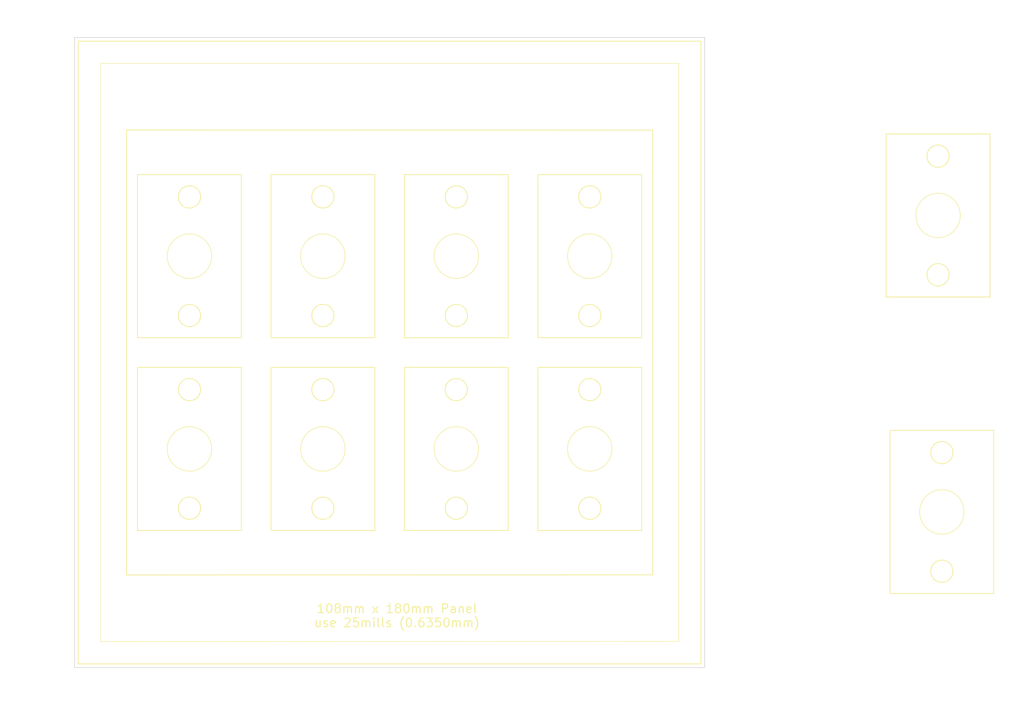
<source format=kicad_pcb>
(kicad_pcb (version 20171130) (host pcbnew "(5.1.10)-1")

  (general
    (thickness 1.6)
    (drawings 149)
    (tracks 0)
    (zones 0)
    (modules 38)
    (nets 1)
  )

  (page A4)
  (layers
    (0 F.Cu signal)
    (31 B.Cu signal)
    (32 B.Adhes user)
    (33 F.Adhes user)
    (34 B.Paste user)
    (35 F.Paste user)
    (36 B.SilkS user)
    (37 F.SilkS user)
    (38 B.Mask user)
    (39 F.Mask user)
    (40 Dwgs.User user)
    (41 Cmts.User user)
    (42 Eco1.User user)
    (43 Eco2.User user)
    (44 Edge.Cuts user)
    (45 Margin user)
    (46 B.CrtYd user)
    (47 F.CrtYd user)
    (48 B.Fab user)
    (49 F.Fab user)
  )

  (setup
    (last_trace_width 0.25)
    (trace_clearance 0.2)
    (zone_clearance 0.508)
    (zone_45_only no)
    (trace_min 0.2)
    (via_size 0.8)
    (via_drill 0.4)
    (via_min_size 0.4)
    (via_min_drill 0.3)
    (uvia_size 0.3)
    (uvia_drill 0.1)
    (uvias_allowed no)
    (uvia_min_size 0.2)
    (uvia_min_drill 0.1)
    (edge_width 0.1)
    (segment_width 0.2)
    (pcb_text_width 0.3)
    (pcb_text_size 1.5 1.5)
    (mod_edge_width 0.15)
    (mod_text_size 1 1)
    (mod_text_width 0.15)
    (pad_size 1.524 1.524)
    (pad_drill 0.762)
    (pad_to_mask_clearance 0)
    (aux_axis_origin 63.5 149.91)
    (grid_origin 63.5 149.91)
    (visible_elements 7FFFFFFF)
    (pcbplotparams
      (layerselection 0x010fc_ffffffff)
      (usegerberextensions false)
      (usegerberattributes true)
      (usegerberadvancedattributes true)
      (creategerberjobfile true)
      (excludeedgelayer true)
      (linewidth 0.100000)
      (plotframeref false)
      (viasonmask false)
      (mode 1)
      (useauxorigin false)
      (hpglpennumber 1)
      (hpglpenspeed 20)
      (hpglpendiameter 15.000000)
      (psnegative false)
      (psa4output false)
      (plotreference true)
      (plotvalue true)
      (plotinvisibletext false)
      (padsonsilk false)
      (subtractmaskfromsilk false)
      (outputformat 1)
      (mirror false)
      (drillshape 0)
      (scaleselection 1)
      (outputdirectory "gerberpannel/"))
  )

  (net 0 "")

  (net_class Default "This is the default net class."
    (clearance 0.2)
    (trace_width 0.25)
    (via_dia 0.8)
    (via_drill 0.4)
    (uvia_dia 0.3)
    (uvia_drill 0.1)
  )

  (module Mounting_Holes:MountingHole_3.2mm_M3 (layer F.Cu) (tedit 56D1B4CB) (tstamp 61866CA6)
    (at 128.905 122.605)
    (descr "Mounting Hole 3.2mm, no annular, M3")
    (tags "mounting hole 3.2mm no annular m3")
    (attr virtual)
    (fp_text reference REF** (at 0 -4.2) (layer F.SilkS) hide
      (effects (font (size 1 1) (thickness 0.15)))
    )
    (fp_text value MountingHole_3.2mm_M3 (at 0 4.2) (layer F.Fab)
      (effects (font (size 1 1) (thickness 0.15)))
    )
    (fp_circle (center 0 0) (end 3.2 0) (layer Cmts.User) (width 0.15))
    (fp_circle (center 0 0) (end 3.45 0) (layer F.CrtYd) (width 0.05))
    (fp_text user %R (at 0.3 0) (layer F.Fab)
      (effects (font (size 1 1) (thickness 0.15)))
    )
    (pad 1 np_thru_hole circle (at 0 0) (size 3.2 3.2) (drill 3.2) (layers *.Cu *.Mask))
  )

  (module Mounting_Holes:MountingHole_3.2mm_M3 (layer F.Cu) (tedit 56D1B4CB) (tstamp 61866C9F)
    (at 128.905 102.285)
    (descr "Mounting Hole 3.2mm, no annular, M3")
    (tags "mounting hole 3.2mm no annular m3")
    (attr virtual)
    (fp_text reference REF** (at 0 -4.2) (layer F.SilkS) hide
      (effects (font (size 1 1) (thickness 0.15)))
    )
    (fp_text value MountingHole_3.2mm_M3 (at 0 4.2) (layer F.Fab)
      (effects (font (size 1 1) (thickness 0.15)))
    )
    (fp_circle (center 0 0) (end 3.45 0) (layer F.CrtYd) (width 0.05))
    (fp_circle (center 0 0) (end 3.2 0) (layer Cmts.User) (width 0.15))
    (fp_text user %R (at 0.3 0) (layer F.Fab)
      (effects (font (size 1 1) (thickness 0.15)))
    )
    (pad 1 np_thru_hole circle (at 0 0) (size 3.2 3.2) (drill 3.2) (layers *.Cu *.Mask))
  )

  (module Sebs:6.35mm (layer F.Cu) (tedit 6135EBD8) (tstamp 61866C9A)
    (at 128.905 112.445)
    (fp_text reference REF** (at 0 -6.8) (layer F.SilkS) hide
      (effects (font (size 1 1) (thickness 0.15)))
    )
    (fp_text value 6.35mm (at 0 -5.4) (layer F.Fab)
      (effects (font (size 1 1) (thickness 0.15)))
    )
    (fp_circle (center 0 0) (end 3.81 0) (layer F.SilkS) (width 0.12))
    (pad "" np_thru_hole circle (at 0 0) (size 6.35 6.35) (drill 6.35) (layers *.Cu *.Mask))
  )

  (module Mounting_Holes:MountingHole_3.2mm_M3 (layer F.Cu) (tedit 56D1B4CB) (tstamp 61866CA6)
    (at 106.045 122.605)
    (descr "Mounting Hole 3.2mm, no annular, M3")
    (tags "mounting hole 3.2mm no annular m3")
    (attr virtual)
    (fp_text reference REF** (at 0 -4.2) (layer F.SilkS) hide
      (effects (font (size 1 1) (thickness 0.15)))
    )
    (fp_text value MountingHole_3.2mm_M3 (at 0 4.2) (layer F.Fab)
      (effects (font (size 1 1) (thickness 0.15)))
    )
    (fp_circle (center 0 0) (end 3.2 0) (layer Cmts.User) (width 0.15))
    (fp_circle (center 0 0) (end 3.45 0) (layer F.CrtYd) (width 0.05))
    (fp_text user %R (at 0.3 0) (layer F.Fab)
      (effects (font (size 1 1) (thickness 0.15)))
    )
    (pad 1 np_thru_hole circle (at 0 0) (size 3.2 3.2) (drill 3.2) (layers *.Cu *.Mask))
  )

  (module Mounting_Holes:MountingHole_3.2mm_M3 (layer F.Cu) (tedit 56D1B4CB) (tstamp 61866C9F)
    (at 106.045 102.285)
    (descr "Mounting Hole 3.2mm, no annular, M3")
    (tags "mounting hole 3.2mm no annular m3")
    (attr virtual)
    (fp_text reference REF** (at 0 -4.2) (layer F.SilkS) hide
      (effects (font (size 1 1) (thickness 0.15)))
    )
    (fp_text value MountingHole_3.2mm_M3 (at 0 4.2) (layer F.Fab)
      (effects (font (size 1 1) (thickness 0.15)))
    )
    (fp_circle (center 0 0) (end 3.45 0) (layer F.CrtYd) (width 0.05))
    (fp_circle (center 0 0) (end 3.2 0) (layer Cmts.User) (width 0.15))
    (fp_text user %R (at 0.3 0) (layer F.Fab)
      (effects (font (size 1 1) (thickness 0.15)))
    )
    (pad 1 np_thru_hole circle (at 0 0) (size 3.2 3.2) (drill 3.2) (layers *.Cu *.Mask))
  )

  (module Sebs:6.35mm (layer F.Cu) (tedit 6135EBD8) (tstamp 61866C9A)
    (at 106.045 112.445)
    (fp_text reference REF** (at 0 -6.8) (layer F.SilkS) hide
      (effects (font (size 1 1) (thickness 0.15)))
    )
    (fp_text value 6.35mm (at 0 -5.4) (layer F.Fab)
      (effects (font (size 1 1) (thickness 0.15)))
    )
    (fp_circle (center 0 0) (end 3.81 0) (layer F.SilkS) (width 0.12))
    (pad "" np_thru_hole circle (at 0 0) (size 6.35 6.35) (drill 6.35) (layers *.Cu *.Mask))
  )

  (module Mounting_Holes:MountingHole_3.2mm_M3 (layer F.Cu) (tedit 56D1B4CB) (tstamp 61866CA6)
    (at 128.905 89.585)
    (descr "Mounting Hole 3.2mm, no annular, M3")
    (tags "mounting hole 3.2mm no annular m3")
    (attr virtual)
    (fp_text reference REF** (at 0 -4.2) (layer F.SilkS) hide
      (effects (font (size 1 1) (thickness 0.15)))
    )
    (fp_text value MountingHole_3.2mm_M3 (at 0 4.2) (layer F.Fab)
      (effects (font (size 1 1) (thickness 0.15)))
    )
    (fp_circle (center 0 0) (end 3.2 0) (layer Cmts.User) (width 0.15))
    (fp_circle (center 0 0) (end 3.45 0) (layer F.CrtYd) (width 0.05))
    (fp_text user %R (at 0.3 0) (layer F.Fab)
      (effects (font (size 1 1) (thickness 0.15)))
    )
    (pad 1 np_thru_hole circle (at 0 0) (size 3.2 3.2) (drill 3.2) (layers *.Cu *.Mask))
  )

  (module Mounting_Holes:MountingHole_3.2mm_M3 (layer F.Cu) (tedit 56D1B4CB) (tstamp 61866C9F)
    (at 128.905 69.265)
    (descr "Mounting Hole 3.2mm, no annular, M3")
    (tags "mounting hole 3.2mm no annular m3")
    (attr virtual)
    (fp_text reference REF** (at 0 -4.2) (layer F.SilkS) hide
      (effects (font (size 1 1) (thickness 0.15)))
    )
    (fp_text value MountingHole_3.2mm_M3 (at 0 4.2) (layer F.Fab)
      (effects (font (size 1 1) (thickness 0.15)))
    )
    (fp_circle (center 0 0) (end 3.45 0) (layer F.CrtYd) (width 0.05))
    (fp_circle (center 0 0) (end 3.2 0) (layer Cmts.User) (width 0.15))
    (fp_text user %R (at 0.3 0) (layer F.Fab)
      (effects (font (size 1 1) (thickness 0.15)))
    )
    (pad 1 np_thru_hole circle (at 0 0) (size 3.2 3.2) (drill 3.2) (layers *.Cu *.Mask))
  )

  (module Sebs:6.35mm (layer F.Cu) (tedit 6135EBD8) (tstamp 61866C9A)
    (at 128.905 79.425)
    (fp_text reference REF** (at 0 -6.8) (layer F.SilkS) hide
      (effects (font (size 1 1) (thickness 0.15)))
    )
    (fp_text value 6.35mm (at 0 -5.4) (layer F.Fab)
      (effects (font (size 1 1) (thickness 0.15)))
    )
    (fp_circle (center 0 0) (end 3.81 0) (layer F.SilkS) (width 0.12))
    (pad "" np_thru_hole circle (at 0 0) (size 6.35 6.35) (drill 6.35) (layers *.Cu *.Mask))
  )

  (module Mounting_Holes:MountingHole_3.2mm_M3 (layer F.Cu) (tedit 56D1B4CB) (tstamp 61866CA6)
    (at 106.045 89.585)
    (descr "Mounting Hole 3.2mm, no annular, M3")
    (tags "mounting hole 3.2mm no annular m3")
    (attr virtual)
    (fp_text reference REF** (at 0 -4.2) (layer F.SilkS) hide
      (effects (font (size 1 1) (thickness 0.15)))
    )
    (fp_text value MountingHole_3.2mm_M3 (at 0 4.2) (layer F.Fab)
      (effects (font (size 1 1) (thickness 0.15)))
    )
    (fp_circle (center 0 0) (end 3.2 0) (layer Cmts.User) (width 0.15))
    (fp_circle (center 0 0) (end 3.45 0) (layer F.CrtYd) (width 0.05))
    (fp_text user %R (at 0.3 0) (layer F.Fab)
      (effects (font (size 1 1) (thickness 0.15)))
    )
    (pad 1 np_thru_hole circle (at 0 0) (size 3.2 3.2) (drill 3.2) (layers *.Cu *.Mask))
  )

  (module Mounting_Holes:MountingHole_3.2mm_M3 (layer F.Cu) (tedit 56D1B4CB) (tstamp 61866C9F)
    (at 106.045 69.265)
    (descr "Mounting Hole 3.2mm, no annular, M3")
    (tags "mounting hole 3.2mm no annular m3")
    (attr virtual)
    (fp_text reference REF** (at 0 -4.2) (layer F.SilkS) hide
      (effects (font (size 1 1) (thickness 0.15)))
    )
    (fp_text value MountingHole_3.2mm_M3 (at 0 4.2) (layer F.Fab)
      (effects (font (size 1 1) (thickness 0.15)))
    )
    (fp_circle (center 0 0) (end 3.45 0) (layer F.CrtYd) (width 0.05))
    (fp_circle (center 0 0) (end 3.2 0) (layer Cmts.User) (width 0.15))
    (fp_text user %R (at 0.3 0) (layer F.Fab)
      (effects (font (size 1 1) (thickness 0.15)))
    )
    (pad 1 np_thru_hole circle (at 0 0) (size 3.2 3.2) (drill 3.2) (layers *.Cu *.Mask))
  )

  (module Sebs:6.35mm (layer F.Cu) (tedit 6135EBD8) (tstamp 61866C9A)
    (at 106.045 79.425)
    (fp_text reference REF** (at 0 -6.8) (layer F.SilkS) hide
      (effects (font (size 1 1) (thickness 0.15)))
    )
    (fp_text value 6.35mm (at 0 -5.4) (layer F.Fab)
      (effects (font (size 1 1) (thickness 0.15)))
    )
    (fp_circle (center 0 0) (end 3.81 0) (layer F.SilkS) (width 0.12))
    (pad "" np_thru_hole circle (at 0 0) (size 6.35 6.35) (drill 6.35) (layers *.Cu *.Mask))
  )

  (module Mounting_Holes:MountingHole_3.2mm_M3 (layer F.Cu) (tedit 56D1B4CB) (tstamp 61866CA6)
    (at 151.765 89.585)
    (descr "Mounting Hole 3.2mm, no annular, M3")
    (tags "mounting hole 3.2mm no annular m3")
    (attr virtual)
    (fp_text reference REF** (at 0 -4.2) (layer F.SilkS) hide
      (effects (font (size 1 1) (thickness 0.15)))
    )
    (fp_text value MountingHole_3.2mm_M3 (at 0 4.2) (layer F.Fab)
      (effects (font (size 1 1) (thickness 0.15)))
    )
    (fp_circle (center 0 0) (end 3.2 0) (layer Cmts.User) (width 0.15))
    (fp_circle (center 0 0) (end 3.45 0) (layer F.CrtYd) (width 0.05))
    (fp_text user %R (at 0.3 0) (layer F.Fab)
      (effects (font (size 1 1) (thickness 0.15)))
    )
    (pad 1 np_thru_hole circle (at 0 0) (size 3.2 3.2) (drill 3.2) (layers *.Cu *.Mask))
  )

  (module Mounting_Holes:MountingHole_3.2mm_M3 (layer F.Cu) (tedit 56D1B4CB) (tstamp 61866C9F)
    (at 151.765 69.265)
    (descr "Mounting Hole 3.2mm, no annular, M3")
    (tags "mounting hole 3.2mm no annular m3")
    (attr virtual)
    (fp_text reference REF** (at 0 -4.2) (layer F.SilkS) hide
      (effects (font (size 1 1) (thickness 0.15)))
    )
    (fp_text value MountingHole_3.2mm_M3 (at 0 4.2) (layer F.Fab)
      (effects (font (size 1 1) (thickness 0.15)))
    )
    (fp_circle (center 0 0) (end 3.45 0) (layer F.CrtYd) (width 0.05))
    (fp_circle (center 0 0) (end 3.2 0) (layer Cmts.User) (width 0.15))
    (fp_text user %R (at 0.3 0) (layer F.Fab)
      (effects (font (size 1 1) (thickness 0.15)))
    )
    (pad 1 np_thru_hole circle (at 0 0) (size 3.2 3.2) (drill 3.2) (layers *.Cu *.Mask))
  )

  (module Sebs:6.35mm (layer F.Cu) (tedit 6135EBD8) (tstamp 61866C9A)
    (at 151.765 79.425)
    (fp_text reference REF** (at 0 -6.8) (layer F.SilkS) hide
      (effects (font (size 1 1) (thickness 0.15)))
    )
    (fp_text value 6.35mm (at 0 -5.4) (layer F.Fab)
      (effects (font (size 1 1) (thickness 0.15)))
    )
    (fp_circle (center 0 0) (end 3.81 0) (layer F.SilkS) (width 0.12))
    (pad "" np_thru_hole circle (at 0 0) (size 6.35 6.35) (drill 6.35) (layers *.Cu *.Mask))
  )

  (module Mounting_Holes:MountingHole_3.2mm_M3 (layer F.Cu) (tedit 56D1B4CB) (tstamp 61866CA6)
    (at 151.765 122.605)
    (descr "Mounting Hole 3.2mm, no annular, M3")
    (tags "mounting hole 3.2mm no annular m3")
    (attr virtual)
    (fp_text reference REF** (at 0 -4.2) (layer F.SilkS) hide
      (effects (font (size 1 1) (thickness 0.15)))
    )
    (fp_text value MountingHole_3.2mm_M3 (at 0 4.2) (layer F.Fab)
      (effects (font (size 1 1) (thickness 0.15)))
    )
    (fp_circle (center 0 0) (end 3.2 0) (layer Cmts.User) (width 0.15))
    (fp_circle (center 0 0) (end 3.45 0) (layer F.CrtYd) (width 0.05))
    (fp_text user %R (at 0.3 0) (layer F.Fab)
      (effects (font (size 1 1) (thickness 0.15)))
    )
    (pad 1 np_thru_hole circle (at 0 0) (size 3.2 3.2) (drill 3.2) (layers *.Cu *.Mask))
  )

  (module Mounting_Holes:MountingHole_3.2mm_M3 (layer F.Cu) (tedit 56D1B4CB) (tstamp 61866C9F)
    (at 151.765 102.285)
    (descr "Mounting Hole 3.2mm, no annular, M3")
    (tags "mounting hole 3.2mm no annular m3")
    (attr virtual)
    (fp_text reference REF** (at 0 -4.2) (layer F.SilkS) hide
      (effects (font (size 1 1) (thickness 0.15)))
    )
    (fp_text value MountingHole_3.2mm_M3 (at 0 4.2) (layer F.Fab)
      (effects (font (size 1 1) (thickness 0.15)))
    )
    (fp_circle (center 0 0) (end 3.45 0) (layer F.CrtYd) (width 0.05))
    (fp_circle (center 0 0) (end 3.2 0) (layer Cmts.User) (width 0.15))
    (fp_text user %R (at 0.3 0) (layer F.Fab)
      (effects (font (size 1 1) (thickness 0.15)))
    )
    (pad 1 np_thru_hole circle (at 0 0) (size 3.2 3.2) (drill 3.2) (layers *.Cu *.Mask))
  )

  (module Sebs:6.35mm (layer F.Cu) (tedit 6135EBD8) (tstamp 61866C9A)
    (at 151.765 112.445)
    (fp_text reference REF** (at 0 -6.8) (layer F.SilkS) hide
      (effects (font (size 1 1) (thickness 0.15)))
    )
    (fp_text value 6.35mm (at 0 -5.4) (layer F.Fab)
      (effects (font (size 1 1) (thickness 0.15)))
    )
    (fp_circle (center 0 0) (end 3.81 0) (layer F.SilkS) (width 0.12))
    (pad "" np_thru_hole circle (at 0 0) (size 6.35 6.35) (drill 6.35) (layers *.Cu *.Mask))
  )

  (module Mounting_Holes:MountingHole_3.2mm_M3 (layer F.Cu) (tedit 56D1B4CB) (tstamp 61866CA6)
    (at 83.185 122.605)
    (descr "Mounting Hole 3.2mm, no annular, M3")
    (tags "mounting hole 3.2mm no annular m3")
    (attr virtual)
    (fp_text reference REF** (at 0 -4.2) (layer F.SilkS) hide
      (effects (font (size 1 1) (thickness 0.15)))
    )
    (fp_text value MountingHole_3.2mm_M3 (at 0 4.2) (layer F.Fab)
      (effects (font (size 1 1) (thickness 0.15)))
    )
    (fp_circle (center 0 0) (end 3.2 0) (layer Cmts.User) (width 0.15))
    (fp_circle (center 0 0) (end 3.45 0) (layer F.CrtYd) (width 0.05))
    (fp_text user %R (at 0.3 0) (layer F.Fab)
      (effects (font (size 1 1) (thickness 0.15)))
    )
    (pad 1 np_thru_hole circle (at 0 0) (size 3.2 3.2) (drill 3.2) (layers *.Cu *.Mask))
  )

  (module Mounting_Holes:MountingHole_3.2mm_M3 (layer F.Cu) (tedit 56D1B4CB) (tstamp 61866C9F)
    (at 83.185 102.285)
    (descr "Mounting Hole 3.2mm, no annular, M3")
    (tags "mounting hole 3.2mm no annular m3")
    (attr virtual)
    (fp_text reference REF** (at 0 -4.2) (layer F.SilkS) hide
      (effects (font (size 1 1) (thickness 0.15)))
    )
    (fp_text value MountingHole_3.2mm_M3 (at 0 4.2) (layer F.Fab)
      (effects (font (size 1 1) (thickness 0.15)))
    )
    (fp_circle (center 0 0) (end 3.45 0) (layer F.CrtYd) (width 0.05))
    (fp_circle (center 0 0) (end 3.2 0) (layer Cmts.User) (width 0.15))
    (fp_text user %R (at 0.3 0) (layer F.Fab)
      (effects (font (size 1 1) (thickness 0.15)))
    )
    (pad 1 np_thru_hole circle (at 0 0) (size 3.2 3.2) (drill 3.2) (layers *.Cu *.Mask))
  )

  (module Sebs:6.35mm (layer F.Cu) (tedit 6135EBD8) (tstamp 61866C9A)
    (at 83.185 112.445)
    (fp_text reference REF** (at 0 -6.8) (layer F.SilkS) hide
      (effects (font (size 1 1) (thickness 0.15)))
    )
    (fp_text value 6.35mm (at 0 -5.4) (layer F.Fab)
      (effects (font (size 1 1) (thickness 0.15)))
    )
    (fp_circle (center 0 0) (end 3.81 0) (layer F.SilkS) (width 0.12))
    (pad "" np_thru_hole circle (at 0 0) (size 6.35 6.35) (drill 6.35) (layers *.Cu *.Mask))
  )

  (module Mounting_Holes:MountingHole_3.2mm_M3 (layer F.Cu) (tedit 56D1B4CB) (tstamp 61866CA6)
    (at 83.185 89.585)
    (descr "Mounting Hole 3.2mm, no annular, M3")
    (tags "mounting hole 3.2mm no annular m3")
    (attr virtual)
    (fp_text reference REF** (at 0 -4.2) (layer F.SilkS) hide
      (effects (font (size 1 1) (thickness 0.15)))
    )
    (fp_text value MountingHole_3.2mm_M3 (at 0 4.2) (layer F.Fab)
      (effects (font (size 1 1) (thickness 0.15)))
    )
    (fp_circle (center 0 0) (end 3.2 0) (layer Cmts.User) (width 0.15))
    (fp_circle (center 0 0) (end 3.45 0) (layer F.CrtYd) (width 0.05))
    (fp_text user %R (at 0.3 0) (layer F.Fab)
      (effects (font (size 1 1) (thickness 0.15)))
    )
    (pad 1 np_thru_hole circle (at 0 0) (size 3.2 3.2) (drill 3.2) (layers *.Cu *.Mask))
  )

  (module Mounting_Holes:MountingHole_3.2mm_M3 (layer F.Cu) (tedit 56D1B4CB) (tstamp 61866C9F)
    (at 83.185 69.265)
    (descr "Mounting Hole 3.2mm, no annular, M3")
    (tags "mounting hole 3.2mm no annular m3")
    (attr virtual)
    (fp_text reference REF** (at 0 -4.2) (layer F.SilkS) hide
      (effects (font (size 1 1) (thickness 0.15)))
    )
    (fp_text value MountingHole_3.2mm_M3 (at 0 4.2) (layer F.Fab)
      (effects (font (size 1 1) (thickness 0.15)))
    )
    (fp_circle (center 0 0) (end 3.45 0) (layer F.CrtYd) (width 0.05))
    (fp_circle (center 0 0) (end 3.2 0) (layer Cmts.User) (width 0.15))
    (fp_text user %R (at 0.3 0) (layer F.Fab)
      (effects (font (size 1 1) (thickness 0.15)))
    )
    (pad 1 np_thru_hole circle (at 0 0) (size 3.2 3.2) (drill 3.2) (layers *.Cu *.Mask))
  )

  (module Sebs:6.35mm (layer F.Cu) (tedit 6135EBD8) (tstamp 61866C9A)
    (at 83.185 79.425)
    (fp_text reference REF** (at 0 -6.8) (layer F.SilkS) hide
      (effects (font (size 1 1) (thickness 0.15)))
    )
    (fp_text value 6.35mm (at 0 -5.4) (layer F.Fab)
      (effects (font (size 1 1) (thickness 0.15)))
    )
    (fp_circle (center 0 0) (end 3.81 0) (layer F.SilkS) (width 0.12))
    (pad "" np_thru_hole circle (at 0 0) (size 6.35 6.35) (drill 6.35) (layers *.Cu *.Mask))
  )

  (module Mounting_Holes:MountingHole_4mm locked (layer F.Cu) (tedit 56D1B4CB) (tstamp 6135E590)
    (at 161.925 140.385)
    (descr "Mounting Hole 4mm, no annular")
    (tags "mounting hole 4mm no annular")
    (attr virtual)
    (fp_text reference REF** (at 0 -4.2) (layer F.SilkS) hide
      (effects (font (size 1 1) (thickness 0.15)))
    )
    (fp_text value MountingHole_4mm (at 0 4.2) (layer F.Fab)
      (effects (font (size 1 1) (thickness 0.15)))
    )
    (fp_circle (center 0 0) (end 4 0) (layer Cmts.User) (width 0.15))
    (fp_circle (center 0 0) (end 4.25 0) (layer F.CrtYd) (width 0.05))
    (fp_text user %R (at 0.3 0) (layer F.Fab)
      (effects (font (size 1 1) (thickness 0.15)))
    )
    (pad 1 np_thru_hole circle (at 0 0) (size 4 4) (drill 4) (layers *.Cu *.Mask))
  )

  (module Mounting_Holes:MountingHole_4mm locked (layer F.Cu) (tedit 56D1B4CB) (tstamp 6135E582)
    (at 73.025 140.385)
    (descr "Mounting Hole 4mm, no annular")
    (tags "mounting hole 4mm no annular")
    (attr virtual)
    (fp_text reference REF** (at 0 -4.2) (layer F.SilkS) hide
      (effects (font (size 1 1) (thickness 0.15)))
    )
    (fp_text value MountingHole_4mm (at 0 4.2) (layer F.Fab)
      (effects (font (size 1 1) (thickness 0.15)))
    )
    (fp_circle (center 0 0) (end 4 0) (layer Cmts.User) (width 0.15))
    (fp_circle (center 0 0) (end 4.25 0) (layer F.CrtYd) (width 0.05))
    (fp_text user %R (at 0.3 0) (layer F.Fab)
      (effects (font (size 1 1) (thickness 0.15)))
    )
    (pad 1 np_thru_hole circle (at 0 0) (size 4 4) (drill 4) (layers *.Cu *.Mask))
  )

  (module Mounting_Holes:MountingHole_4mm locked (layer F.Cu) (tedit 56D1B4CB) (tstamp 6135E59E)
    (at 161.925 51.485)
    (descr "Mounting Hole 4mm, no annular")
    (tags "mounting hole 4mm no annular")
    (attr virtual)
    (fp_text reference REF** (at 0 -4.2) (layer F.SilkS) hide
      (effects (font (size 1 1) (thickness 0.15)))
    )
    (fp_text value MountingHole_4mm (at 0 4.2) (layer F.Fab)
      (effects (font (size 1 1) (thickness 0.15)))
    )
    (fp_circle (center 0 0) (end 4 0) (layer Cmts.User) (width 0.15))
    (fp_circle (center 0 0) (end 4.25 0) (layer F.CrtYd) (width 0.05))
    (fp_text user %R (at 0.3 0) (layer F.Fab)
      (effects (font (size 1 1) (thickness 0.15)))
    )
    (pad 1 np_thru_hole circle (at 0 0) (size 4 4) (drill 4) (layers *.Cu *.Mask))
  )

  (module Mounting_Holes:MountingHole_4mm locked (layer F.Cu) (tedit 56D1B4CB) (tstamp 6135E574)
    (at 73.03 51.485)
    (descr "Mounting Hole 4mm, no annular")
    (tags "mounting hole 4mm no annular")
    (attr virtual)
    (fp_text reference REF** (at 0 -4.2) (layer F.SilkS) hide
      (effects (font (size 1 1) (thickness 0.15)))
    )
    (fp_text value MountingHole_4mm (at 0 4.2) (layer F.Fab)
      (effects (font (size 1 1) (thickness 0.15)))
    )
    (fp_circle (center 0 0) (end 4 0) (layer Cmts.User) (width 0.15))
    (fp_circle (center 0 0) (end 4.25 0) (layer F.CrtYd) (width 0.05))
    (fp_text user %R (at 0.3 0) (layer F.Fab)
      (effects (font (size 1 1) (thickness 0.15)))
    )
    (pad 1 np_thru_hole circle (at 0 0) (size 4 4) (drill 4) (layers *.Cu *.Mask))
  )

  (module Mounting_Holes:MountingHole_3.2mm_M3 locked (layer F.Cu) (tedit 56D1B4CB) (tstamp 6171189A)
    (at 158.75 130.225)
    (descr "Mounting Hole 3.2mm, no annular, M3")
    (tags "mounting hole 3.2mm no annular m3")
    (attr virtual)
    (fp_text reference REF** (at 0 -4.2) (layer F.SilkS) hide
      (effects (font (size 1 1) (thickness 0.15)))
    )
    (fp_text value MountingHole_3.2mm_M3 (at 0 4.2) (layer F.Fab)
      (effects (font (size 1 1) (thickness 0.15)))
    )
    (fp_circle (center 0 0) (end 3.2 0) (layer Cmts.User) (width 0.15))
    (fp_circle (center 0 0) (end 3.45 0) (layer F.CrtYd) (width 0.05))
    (fp_text user %R (at 0.3 0) (layer F.Fab)
      (effects (font (size 1 1) (thickness 0.15)))
    )
    (pad 1 np_thru_hole circle (at 0 0) (size 3.2 3.2) (drill 3.2) (layers *.Cu *.Mask))
  )

  (module Mounting_Holes:MountingHole_3.2mm_M3 locked (layer F.Cu) (tedit 56D1B4CB) (tstamp 6171188C)
    (at 158.75 61.63)
    (descr "Mounting Hole 3.2mm, no annular, M3")
    (tags "mounting hole 3.2mm no annular m3")
    (attr virtual)
    (fp_text reference REF** (at 0 -4.2) (layer F.SilkS) hide
      (effects (font (size 1 1) (thickness 0.15)))
    )
    (fp_text value MountingHole_3.2mm_M3 (at 0 4.2) (layer F.Fab)
      (effects (font (size 1 1) (thickness 0.15)))
    )
    (fp_circle (center 0 0) (end 3.45 0) (layer F.CrtYd) (width 0.05))
    (fp_circle (center 0 0) (end 3.2 0) (layer Cmts.User) (width 0.15))
    (fp_text user %R (at 0.3 0) (layer F.Fab)
      (effects (font (size 1 1) (thickness 0.15)))
    )
    (pad 1 np_thru_hole circle (at 0 0) (size 3.2 3.2) (drill 3.2) (layers *.Cu *.Mask))
  )

  (module Mounting_Holes:MountingHole_3.2mm_M3 locked (layer F.Cu) (tedit 56D1B4CB) (tstamp 6171187E)
    (at 76.2 130.225)
    (descr "Mounting Hole 3.2mm, no annular, M3")
    (tags "mounting hole 3.2mm no annular m3")
    (attr virtual)
    (fp_text reference REF** (at 0 -4.2) (layer F.SilkS) hide
      (effects (font (size 1 1) (thickness 0.15)))
    )
    (fp_text value MountingHole_3.2mm_M3 (at 0 4.2) (layer F.Fab)
      (effects (font (size 1 1) (thickness 0.15)))
    )
    (fp_circle (center 0 0) (end 3.2 0) (layer Cmts.User) (width 0.15))
    (fp_circle (center 0 0) (end 3.45 0) (layer F.CrtYd) (width 0.05))
    (fp_text user %R (at 0.3 0) (layer F.Fab)
      (effects (font (size 1 1) (thickness 0.15)))
    )
    (pad 1 np_thru_hole circle (at 0 0) (size 3.2 3.2) (drill 3.2) (layers *.Cu *.Mask))
  )

  (module Mounting_Holes:MountingHole_3.2mm_M3 locked (layer F.Cu) (tedit 56D1B4CB) (tstamp 61711870)
    (at 76.2 61.645)
    (descr "Mounting Hole 3.2mm, no annular, M3")
    (tags "mounting hole 3.2mm no annular m3")
    (attr virtual)
    (fp_text reference REF** (at 0 -4.2) (layer F.SilkS) hide
      (effects (font (size 1 1) (thickness 0.15)))
    )
    (fp_text value MountingHole_3.2mm_M3 (at 3.81 4.2) (layer F.Fab)
      (effects (font (size 1 1) (thickness 0.15)))
    )
    (fp_circle (center 0 0) (end 3.45 0) (layer F.CrtYd) (width 0.05))
    (fp_circle (center 0 0) (end 3.2 0) (layer Cmts.User) (width 0.15))
    (fp_text user %R (at 0.3 0) (layer F.Fab)
      (effects (font (size 1 1) (thickness 0.15)))
    )
    (pad 1 np_thru_hole circle (at 0 0) (size 3.2 3.2) (drill 3.2) (layers *.Cu *.Mask))
  )

  (module Mounting_Holes:MountingHole_3.2mm_M3 locked (layer F.Cu) (tedit 56D1B4CB) (tstamp 6135E3E5)
    (at 212.09 113.08)
    (descr "Mounting Hole 3.2mm, no annular, M3")
    (tags "mounting hole 3.2mm no annular m3")
    (attr virtual)
    (fp_text reference REF** (at 0 -4.2) (layer F.SilkS) hide
      (effects (font (size 1 1) (thickness 0.15)))
    )
    (fp_text value MountingHole_3.2mm_M3 (at 0 4.2) (layer F.Fab)
      (effects (font (size 1 1) (thickness 0.15)))
    )
    (fp_circle (center 0 0) (end 3.45 0) (layer F.CrtYd) (width 0.05))
    (fp_circle (center 0 0) (end 3.2 0) (layer Cmts.User) (width 0.15))
    (fp_text user %R (at 0.3 0) (layer F.Fab)
      (effects (font (size 1 1) (thickness 0.15)))
    )
    (pad 1 np_thru_hole circle (at 0 0) (size 3.2 3.2) (drill 3.2) (layers *.Cu *.Mask))
  )

  (module Mounting_Holes:MountingHole_3.2mm_M3 locked (layer F.Cu) (tedit 56D1B4CB) (tstamp 6135E415)
    (at 212.09 133.4)
    (descr "Mounting Hole 3.2mm, no annular, M3")
    (tags "mounting hole 3.2mm no annular m3")
    (attr virtual)
    (fp_text reference REF** (at 0 -4.2) (layer F.SilkS) hide
      (effects (font (size 1 1) (thickness 0.15)))
    )
    (fp_text value MountingHole_3.2mm_M3 (at 0 4.2) (layer F.Fab)
      (effects (font (size 1 1) (thickness 0.15)))
    )
    (fp_circle (center 0 0) (end 3.2 0) (layer Cmts.User) (width 0.15))
    (fp_circle (center 0 0) (end 3.45 0) (layer F.CrtYd) (width 0.05))
    (fp_text user %R (at 0.3 0) (layer F.Fab)
      (effects (font (size 1 1) (thickness 0.15)))
    )
    (pad 1 np_thru_hole circle (at 0 0) (size 3.2 3.2) (drill 3.2) (layers *.Cu *.Mask))
  )

  (module Mounting_Holes:MountingHole_3.2mm_M3 (layer F.Cu) (tedit 56D1B4CB) (tstamp 6135E608)
    (at 211.439 82.608)
    (descr "Mounting Hole 3.2mm, no annular, M3")
    (tags "mounting hole 3.2mm no annular m3")
    (attr virtual)
    (fp_text reference REF** (at 0 -4.2) (layer F.SilkS) hide
      (effects (font (size 1 1) (thickness 0.15)))
    )
    (fp_text value MountingHole_3.2mm_M3 (at 0 4.2) (layer F.Fab)
      (effects (font (size 1 1) (thickness 0.15)))
    )
    (fp_circle (center 0 0) (end 3.45 0) (layer F.CrtYd) (width 0.05))
    (fp_circle (center 0 0) (end 3.2 0) (layer Cmts.User) (width 0.15))
    (fp_text user %R (at 0.3 0) (layer F.Fab)
      (effects (font (size 1 1) (thickness 0.15)))
    )
    (pad 1 np_thru_hole circle (at 0 0) (size 3.2 3.2) (drill 3.2) (layers *.Cu *.Mask))
  )

  (module Mounting_Holes:MountingHole_3.2mm_M3 (layer F.Cu) (tedit 56D1B4CB) (tstamp 6135E60F)
    (at 211.439 62.288)
    (descr "Mounting Hole 3.2mm, no annular, M3")
    (tags "mounting hole 3.2mm no annular m3")
    (attr virtual)
    (fp_text reference REF** (at 0 -4.2) (layer F.SilkS) hide
      (effects (font (size 1 1) (thickness 0.15)))
    )
    (fp_text value MountingHole_3.2mm_M3 (at 0 4.2) (layer F.Fab)
      (effects (font (size 1 1) (thickness 0.15)))
    )
    (fp_circle (center 0 0) (end 3.2 0) (layer Cmts.User) (width 0.15))
    (fp_circle (center 0 0) (end 3.45 0) (layer F.CrtYd) (width 0.05))
    (fp_text user %R (at 0.3 0) (layer F.Fab)
      (effects (font (size 1 1) (thickness 0.15)))
    )
    (pad 1 np_thru_hole circle (at 0 0) (size 3.2 3.2) (drill 3.2) (layers *.Cu *.Mask))
  )

  (module Sebs:6.35mm (layer F.Cu) (tedit 6135EBD8) (tstamp 6135F5C2)
    (at 211.439 72.448)
    (fp_text reference REF** (at 0 -6.8) (layer F.SilkS) hide
      (effects (font (size 1 1) (thickness 0.15)))
    )
    (fp_text value 6.35mm (at 0 -5.4) (layer F.Fab)
      (effects (font (size 1 1) (thickness 0.15)))
    )
    (fp_circle (center 0 0) (end 3.81 0) (layer F.SilkS) (width 0.12))
    (pad "" np_thru_hole circle (at 0 0) (size 6.35 6.35) (drill 6.35) (layers *.Cu *.Mask))
  )

  (module Sebs:6.35mm locked (layer F.Cu) (tedit 6135EBD8) (tstamp 6135F5AF)
    (at 212.09 123.24)
    (fp_text reference REF** (at 0 -6.8) (layer F.SilkS) hide
      (effects (font (size 1 1) (thickness 0.15)))
    )
    (fp_text value 6.35mm (at 0 -5.4) (layer F.Fab)
      (effects (font (size 1 1) (thickness 0.15)))
    )
    (fp_circle (center 0 0) (end 3.81 0) (layer F.SilkS) (width 0.12))
    (pad "" np_thru_hole circle (at 0 0) (size 6.35 6.35) (drill 6.35) (layers *.Cu *.Mask))
  )

  (gr_line (start 173.355 149.91) (end 171.45 151.815) (layer Dwgs.User) (width 0.15) (tstamp 618670E4))
  (gr_line (start 172.085 149.91) (end 173.355 149.91) (layer Dwgs.User) (width 0.15))
  (gr_line (start 171.45 151.18) (end 161.925 151.18) (layer Dwgs.User) (width 0.15))
  (gr_line (start 171.45 150.545) (end 171.45 151.815) (layer Dwgs.User) (width 0.15))
  (gr_line (start 172.72 140.385) (end 172.72 149.91) (layer Dwgs.User) (width 0.15))
  (gr_line (start 212.09 108) (end 212.725 108.635) (layer Dwgs.User) (width 0.15) (tstamp 61866FEB))
  (gr_line (start 211.455 108.635) (end 212.09 108) (layer Dwgs.User) (width 0.15))
  (gr_line (start 201.93 133.4) (end 202.565 132.765) (layer Dwgs.User) (width 0.15) (tstamp 61866FEA))
  (gr_line (start 202.565 134.035) (end 201.93 133.4) (layer Dwgs.User) (width 0.15))
  (gr_line (start 201.93 113.08) (end 202.565 112.445) (layer Dwgs.User) (width 0.15) (tstamp 61866FE9))
  (gr_line (start 202.565 113.715) (end 201.93 113.08) (layer Dwgs.User) (width 0.15))
  (gr_line (start 222.25 123.24) (end 221.615 122.605) (layer Dwgs.User) (width 0.15) (tstamp 61866FE8))
  (gr_line (start 221.615 123.875) (end 222.25 123.24) (layer Dwgs.User) (width 0.15))
  (gr_line (start 120.015 98.475) (end 137.795 98.475) (layer F.SilkS) (width 0.15) (tstamp 61866C99))
  (gr_line (start 137.795 98.475) (end 137.795 126.415) (layer F.SilkS) (width 0.15) (tstamp 61866C98))
  (gr_line (start 120.015 126.415) (end 120.015 98.475) (layer F.SilkS) (width 0.15) (tstamp 61866C97))
  (gr_circle (center 128.905 122.605) (end 130.81 122.605) (layer F.SilkS) (width 0.15) (tstamp 61866C96))
  (gr_circle (center 128.905 102.285) (end 130.81 102.285) (layer F.SilkS) (width 0.15) (tstamp 61866C95))
  (gr_line (start 137.795 126.415) (end 120.015 126.415) (layer F.SilkS) (width 0.15) (tstamp 61866C94))
  (gr_line (start 97.155 98.475) (end 114.935 98.475) (layer F.SilkS) (width 0.15) (tstamp 61866C99))
  (gr_line (start 114.935 98.475) (end 114.935 126.415) (layer F.SilkS) (width 0.15) (tstamp 61866C98))
  (gr_line (start 97.155 126.415) (end 97.155 98.475) (layer F.SilkS) (width 0.15) (tstamp 61866C97))
  (gr_circle (center 106.045 122.605) (end 107.95 122.605) (layer F.SilkS) (width 0.15) (tstamp 61866C96))
  (gr_circle (center 106.045 102.285) (end 107.95 102.285) (layer F.SilkS) (width 0.15) (tstamp 61866C95))
  (gr_line (start 114.935 126.415) (end 97.155 126.415) (layer F.SilkS) (width 0.15) (tstamp 61866C94))
  (gr_line (start 120.015 65.455) (end 137.795 65.455) (layer F.SilkS) (width 0.15) (tstamp 61866C99))
  (gr_line (start 137.795 65.455) (end 137.795 93.395) (layer F.SilkS) (width 0.15) (tstamp 61866C98))
  (gr_line (start 120.015 93.395) (end 120.015 65.455) (layer F.SilkS) (width 0.15) (tstamp 61866C97))
  (gr_circle (center 128.905 89.585) (end 130.81 89.585) (layer F.SilkS) (width 0.15) (tstamp 61866C96))
  (gr_circle (center 128.905 69.265) (end 130.81 69.265) (layer F.SilkS) (width 0.15) (tstamp 61866C95))
  (gr_line (start 137.795 93.395) (end 120.015 93.395) (layer F.SilkS) (width 0.15) (tstamp 61866C94))
  (gr_line (start 97.155 65.455) (end 114.935 65.455) (layer F.SilkS) (width 0.15) (tstamp 61866C99))
  (gr_line (start 114.935 65.455) (end 114.935 93.395) (layer F.SilkS) (width 0.15) (tstamp 61866C98))
  (gr_line (start 97.155 93.395) (end 97.155 65.455) (layer F.SilkS) (width 0.15) (tstamp 61866C97))
  (gr_circle (center 106.045 89.585) (end 107.95 89.585) (layer F.SilkS) (width 0.15) (tstamp 61866C96))
  (gr_circle (center 106.045 69.265) (end 107.95 69.265) (layer F.SilkS) (width 0.15) (tstamp 61866C95))
  (gr_line (start 114.935 93.395) (end 97.155 93.395) (layer F.SilkS) (width 0.15) (tstamp 61866C94))
  (gr_line (start 142.875 65.455) (end 160.655 65.455) (layer F.SilkS) (width 0.15) (tstamp 61866C99))
  (gr_line (start 160.655 65.455) (end 160.655 93.395) (layer F.SilkS) (width 0.15) (tstamp 61866C98))
  (gr_line (start 142.875 93.395) (end 142.875 65.455) (layer F.SilkS) (width 0.15) (tstamp 61866C97))
  (gr_circle (center 151.765 89.585) (end 153.67 89.585) (layer F.SilkS) (width 0.15) (tstamp 61866C96))
  (gr_circle (center 151.765 69.265) (end 153.67 69.265) (layer F.SilkS) (width 0.15) (tstamp 61866C95))
  (gr_line (start 160.655 93.395) (end 142.875 93.395) (layer F.SilkS) (width 0.15) (tstamp 61866C94))
  (gr_line (start 142.875 98.475) (end 160.655 98.475) (layer F.SilkS) (width 0.15) (tstamp 61866C99))
  (gr_line (start 160.655 98.475) (end 160.655 126.415) (layer F.SilkS) (width 0.15) (tstamp 61866C98))
  (gr_line (start 142.875 126.415) (end 142.875 98.475) (layer F.SilkS) (width 0.15) (tstamp 61866C97))
  (gr_circle (center 151.765 122.605) (end 153.67 122.605) (layer F.SilkS) (width 0.15) (tstamp 61866C96))
  (gr_circle (center 151.765 102.285) (end 153.67 102.285) (layer F.SilkS) (width 0.15) (tstamp 61866C95))
  (gr_line (start 160.655 126.415) (end 142.875 126.415) (layer F.SilkS) (width 0.15) (tstamp 61866C94))
  (gr_line (start 74.295 98.475) (end 92.075 98.475) (layer F.SilkS) (width 0.15) (tstamp 61866C99))
  (gr_line (start 92.075 98.475) (end 92.075 126.415) (layer F.SilkS) (width 0.15) (tstamp 61866C98))
  (gr_line (start 74.295 126.415) (end 74.295 98.475) (layer F.SilkS) (width 0.15) (tstamp 61866C97))
  (gr_circle (center 83.185 122.605) (end 85.09 122.605) (layer F.SilkS) (width 0.15) (tstamp 61866C96))
  (gr_circle (center 83.185 102.285) (end 85.09 102.285) (layer F.SilkS) (width 0.15) (tstamp 61866C95))
  (gr_line (start 92.075 126.415) (end 74.295 126.415) (layer F.SilkS) (width 0.15) (tstamp 61866C94))
  (gr_line (start 74.295 65.455) (end 92.075 65.455) (layer F.SilkS) (width 0.15) (tstamp 61866C99))
  (gr_line (start 92.075 65.455) (end 92.075 93.395) (layer F.SilkS) (width 0.15) (tstamp 61866C98))
  (gr_line (start 74.295 93.395) (end 74.295 65.455) (layer F.SilkS) (width 0.15) (tstamp 61866C97))
  (gr_circle (center 83.185 89.585) (end 85.09 89.585) (layer F.SilkS) (width 0.15) (tstamp 61866C96))
  (gr_circle (center 83.185 69.265) (end 85.09 69.265) (layer F.SilkS) (width 0.15) (tstamp 61866C95))
  (gr_line (start 92.075 93.395) (end 74.295 93.395) (layer F.SilkS) (width 0.15) (tstamp 61866C94))
  (gr_line (start 201.93 62.915) (end 201.93 61.645) (layer Dwgs.User) (width 0.15))
  (gr_line (start 201.93 62.28) (end 201.93 62.915) (layer Dwgs.User) (width 0.15))
  (gr_line (start 220.345 62.28) (end 201.93 62.28) (layer Dwgs.User) (width 0.15))
  (gr_line (start 201.93 81.965) (end 201.93 83.235) (layer Dwgs.User) (width 0.15))
  (gr_line (start 201.93 82.6) (end 201.93 81.965) (layer Dwgs.User) (width 0.15))
  (gr_line (start 220.345 82.6) (end 201.93 82.6) (layer Dwgs.User) (width 0.15))
  (gr_line (start 221.615 71.805) (end 221.615 73.075) (layer Dwgs.User) (width 0.15))
  (gr_line (start 202.565 134.035) (end 202.565 132.765) (layer Dwgs.User) (width 0.15))
  (gr_line (start 221.615 122.605) (end 221.615 123.875) (layer Dwgs.User) (width 0.15))
  (gr_line (start 202.565 112.445) (end 202.565 113.715) (layer Dwgs.User) (width 0.15))
  (gr_line (start 211.455 108.635) (end 212.725 108.635) (layer Dwgs.User) (width 0.15))
  (gr_line (start 212.09 137.845) (end 212.09 108.635) (layer Dwgs.User) (width 0.15))
  (gr_line (start 221.615 133.4) (end 202.565 133.4) (layer Dwgs.User) (width 0.15))
  (gr_line (start 221.615 113.08) (end 202.565 113.08) (layer Dwgs.User) (width 0.15))
  (gr_line (start 202.565 123.24) (end 221.615 123.24) (layer Dwgs.User) (width 0.15))
  (dimension 27.94 (width 0.15) (layer Dwgs.User)
    (gr_text "27.940 mm" (at 195.55 72.44 90) (layer Dwgs.User)
      (effects (font (size 1 1) (thickness 0.15)))
    )
    (feature1 (pts (xy 198.755 58.47) (xy 196.263579 58.47)))
    (feature2 (pts (xy 198.755 86.41) (xy 196.263579 86.41)))
    (crossbar (pts (xy 196.85 86.41) (xy 196.85 58.47)))
    (arrow1a (pts (xy 196.85 58.47) (xy 197.436421 59.596504)))
    (arrow1b (pts (xy 196.85 58.47) (xy 196.263579 59.596504)))
    (arrow2a (pts (xy 196.85 86.41) (xy 197.436421 85.283496)))
    (arrow2b (pts (xy 196.85 86.41) (xy 196.263579 85.283496)))
  )
  (gr_line (start 211.455 87.045) (end 211.455 57.2) (layer Dwgs.User) (width 0.15))
  (gr_line (start 201.93 72.44) (end 221.615 72.44) (layer Dwgs.User) (width 0.15))
  (dimension 17.78 (width 0.15) (layer Dwgs.User)
    (gr_text "17.780 mm" (at 211.455 95.965) (layer Dwgs.User)
      (effects (font (size 1 1) (thickness 0.15)))
    )
    (feature1 (pts (xy 220.345 91.49) (xy 220.345 95.251421)))
    (feature2 (pts (xy 202.565 91.49) (xy 202.565 95.251421)))
    (crossbar (pts (xy 202.565 94.665) (xy 220.345 94.665)))
    (arrow1a (pts (xy 220.345 94.665) (xy 219.218496 95.251421)))
    (arrow1b (pts (xy 220.345 94.665) (xy 219.218496 94.078579)))
    (arrow2a (pts (xy 202.565 94.665) (xy 203.691504 95.251421)))
    (arrow2b (pts (xy 202.565 94.665) (xy 203.691504 94.078579)))
  )
  (gr_text "OLD 25mils" (at 211.455 54.66) (layer Dwgs.User)
    (effects (font (size 1 1) (thickness 0.15)))
  )
  (gr_text "NEW 25mils" (at 212.09 105.46) (layer Dwgs.User)
    (effects (font (size 1 1) (thickness 0.15)))
  )
  (dimension 27.94 (width 0.15) (layer Dwgs.User)
    (gr_text "27.940 mm" (at 196.82 123.24 90) (layer Dwgs.User)
      (effects (font (size 1 1) (thickness 0.15)))
    )
    (feature1 (pts (xy 200.025 109.27) (xy 197.533579 109.27)))
    (feature2 (pts (xy 200.025 137.21) (xy 197.533579 137.21)))
    (crossbar (pts (xy 198.12 137.21) (xy 198.12 109.27)))
    (arrow1a (pts (xy 198.12 109.27) (xy 198.706421 110.396504)))
    (arrow1b (pts (xy 198.12 109.27) (xy 197.533579 110.396504)))
    (arrow2a (pts (xy 198.12 137.21) (xy 198.706421 136.083496)))
    (arrow2b (pts (xy 198.12 137.21) (xy 197.533579 136.083496)))
  )
  (dimension 17.78 (width 0.15) (layer Dwgs.User)
    (gr_text "17.780 mm" (at 212.09 144.225) (layer Dwgs.User)
      (effects (font (size 1 1) (thickness 0.15)))
    )
    (feature1 (pts (xy 220.98 141.02) (xy 220.98 143.511421)))
    (feature2 (pts (xy 203.2 141.02) (xy 203.2 143.511421)))
    (crossbar (pts (xy 203.2 142.925) (xy 220.98 142.925)))
    (arrow1a (pts (xy 220.98 142.925) (xy 219.853496 143.511421)))
    (arrow1b (pts (xy 220.98 142.925) (xy 219.853496 142.338579)))
    (arrow2a (pts (xy 203.2 142.925) (xy 204.326504 143.511421)))
    (arrow2b (pts (xy 203.2 142.925) (xy 204.326504 142.338579)))
  )
  (dimension 20.32 (width 0.15) (layer Dwgs.User)
    (gr_text "20.320 mm" (at 224.82 72.44 90) (layer Dwgs.User)
      (effects (font (size 1 1) (thickness 0.15)))
    )
    (feature1 (pts (xy 220.345 62.28) (xy 224.106421 62.28)))
    (feature2 (pts (xy 220.345 82.6) (xy 224.106421 82.6)))
    (crossbar (pts (xy 223.52 82.6) (xy 223.52 62.28)))
    (arrow1a (pts (xy 223.52 62.28) (xy 224.106421 63.406504)))
    (arrow1b (pts (xy 223.52 62.28) (xy 222.933579 63.406504)))
    (arrow2a (pts (xy 223.52 82.6) (xy 224.106421 81.473496)))
    (arrow2b (pts (xy 223.52 82.6) (xy 222.933579 81.473496)))
  )
  (dimension 8.89 (width 0.15) (layer Dwgs.User)
    (gr_text "8.890 mm" (at 207.01 91.555623) (layer Dwgs.User)
      (effects (font (size 1 1) (thickness 0.15)))
    )
    (feature1 (pts (xy 202.565 87.045) (xy 202.565 90.842044)))
    (feature2 (pts (xy 211.455 87.045) (xy 211.455 90.842044)))
    (crossbar (pts (xy 211.455 90.255623) (xy 202.565 90.255623)))
    (arrow1a (pts (xy 202.565 90.255623) (xy 203.691504 89.669202)))
    (arrow1b (pts (xy 202.565 90.255623) (xy 203.691504 90.842044)))
    (arrow2a (pts (xy 211.455 90.255623) (xy 210.328496 89.669202)))
    (arrow2b (pts (xy 211.455 90.255623) (xy 210.328496 90.842044)))
  )
  (dimension 8.89 (width 0.15) (layer Dwgs.User)
    (gr_text "8.890 mm" (at 215.9 91.555623) (layer Dwgs.User)
      (effects (font (size 1 1) (thickness 0.15)))
    )
    (feature1 (pts (xy 220.345 87.045) (xy 220.345 90.842044)))
    (feature2 (pts (xy 211.455 87.045) (xy 211.455 90.842044)))
    (crossbar (pts (xy 211.455 90.255623) (xy 220.345 90.255623)))
    (arrow1a (pts (xy 220.345 90.255623) (xy 219.218496 90.842044)))
    (arrow1b (pts (xy 220.345 90.255623) (xy 219.218496 89.669202)))
    (arrow2a (pts (xy 211.455 90.255623) (xy 212.581504 90.842044)))
    (arrow2b (pts (xy 211.455 90.255623) (xy 212.581504 89.669202)))
  )
  (dimension 13.97 (width 0.15) (layer Dwgs.User)
    (gr_text "13.970 mm" (at 198.725 79.425 90) (layer Dwgs.User)
      (effects (font (size 1 1) (thickness 0.15)))
    )
    (feature1 (pts (xy 201.93 86.41) (xy 199.438579 86.41)))
    (feature2 (pts (xy 201.93 72.44) (xy 199.438579 72.44)))
    (crossbar (pts (xy 200.025 72.44) (xy 200.025 86.41)))
    (arrow1a (pts (xy 200.025 86.41) (xy 199.438579 85.283496)))
    (arrow1b (pts (xy 200.025 86.41) (xy 200.611421 85.283496)))
    (arrow2a (pts (xy 200.025 72.44) (xy 199.438579 73.566504)))
    (arrow2b (pts (xy 200.025 72.44) (xy 200.611421 73.566504)))
  )
  (dimension 13.97 (width 0.15) (layer Dwgs.User)
    (gr_text "13.970 mm" (at 198.725 65.455 90) (layer Dwgs.User)
      (effects (font (size 1 1) (thickness 0.15)))
    )
    (feature1 (pts (xy 201.93 58.47) (xy 199.438579 58.47)))
    (feature2 (pts (xy 201.93 72.44) (xy 199.438579 72.44)))
    (crossbar (pts (xy 200.025 72.44) (xy 200.025 58.47)))
    (arrow1a (pts (xy 200.025 58.47) (xy 200.611421 59.596504)))
    (arrow1b (pts (xy 200.025 58.47) (xy 199.438579 59.596504)))
    (arrow2a (pts (xy 200.025 72.44) (xy 200.611421 71.313496)))
    (arrow2b (pts (xy 200.025 72.44) (xy 199.438579 71.313496)))
  )
  (dimension 3.81 (width 0.15) (layer Dwgs.User)
    (gr_text "3.810 mm" (at 224.82 60.375 90) (layer Dwgs.User)
      (effects (font (size 1 1) (thickness 0.15)))
    )
    (feature1 (pts (xy 220.345 58.47) (xy 224.106421 58.47)))
    (feature2 (pts (xy 220.345 62.28) (xy 224.106421 62.28)))
    (crossbar (pts (xy 223.52 62.28) (xy 223.52 58.47)))
    (arrow1a (pts (xy 223.52 58.47) (xy 224.106421 59.596504)))
    (arrow1b (pts (xy 223.52 58.47) (xy 222.933579 59.596504)))
    (arrow2a (pts (xy 223.52 62.28) (xy 224.106421 61.153496)))
    (arrow2b (pts (xy 223.52 62.28) (xy 222.933579 61.153496)))
  )
  (dimension 3.81 (width 0.15) (layer Dwgs.User)
    (gr_text "3.810 mm" (at 224.82 84.505 270) (layer Dwgs.User)
      (effects (font (size 1 1) (thickness 0.15)))
    )
    (feature1 (pts (xy 220.345 86.41) (xy 224.106421 86.41)))
    (feature2 (pts (xy 220.345 82.6) (xy 224.106421 82.6)))
    (crossbar (pts (xy 223.52 82.6) (xy 223.52 86.41)))
    (arrow1a (pts (xy 223.52 86.41) (xy 222.933579 85.283496)))
    (arrow1b (pts (xy 223.52 86.41) (xy 224.106421 85.283496)))
    (arrow2a (pts (xy 223.52 82.6) (xy 222.933579 83.726504)))
    (arrow2b (pts (xy 223.52 82.6) (xy 224.106421 83.726504)))
  )
  (dimension 20.32 (width 0.15) (layer Dwgs.User)
    (gr_text "20.320 mm" (at 224.82 123.24 90) (layer Dwgs.User)
      (effects (font (size 1 1) (thickness 0.15)))
    )
    (feature1 (pts (xy 221.615 113.08) (xy 224.106421 113.08)))
    (feature2 (pts (xy 221.615 133.4) (xy 224.106421 133.4)))
    (crossbar (pts (xy 223.52 133.4) (xy 223.52 113.08)))
    (arrow1a (pts (xy 223.52 113.08) (xy 224.106421 114.206504)))
    (arrow1b (pts (xy 223.52 113.08) (xy 222.933579 114.206504)))
    (arrow2a (pts (xy 223.52 133.4) (xy 224.106421 132.273496)))
    (arrow2b (pts (xy 223.52 133.4) (xy 222.933579 132.273496)))
  )
  (dimension 13.97 (width 0.15) (layer Dwgs.User)
    (gr_text "13.970 mm" (at 199.995 130.225 90) (layer Dwgs.User)
      (effects (font (size 1 1) (thickness 0.15)))
    )
    (feature1 (pts (xy 202.565 137.21) (xy 200.708579 137.21)))
    (feature2 (pts (xy 202.565 123.24) (xy 200.708579 123.24)))
    (crossbar (pts (xy 201.295 123.24) (xy 201.295 137.21)))
    (arrow1a (pts (xy 201.295 137.21) (xy 200.708579 136.083496)))
    (arrow1b (pts (xy 201.295 137.21) (xy 201.881421 136.083496)))
    (arrow2a (pts (xy 201.295 123.24) (xy 200.708579 124.366504)))
    (arrow2b (pts (xy 201.295 123.24) (xy 201.881421 124.366504)))
  )
  (dimension 13.97 (width 0.15) (layer Dwgs.User)
    (gr_text "13.970 mm" (at 199.995 116.255 90) (layer Dwgs.User)
      (effects (font (size 1 1) (thickness 0.15)))
    )
    (feature1 (pts (xy 202.565 109.27) (xy 200.708579 109.27)))
    (feature2 (pts (xy 202.565 123.24) (xy 200.708579 123.24)))
    (crossbar (pts (xy 201.295 123.24) (xy 201.295 109.27)))
    (arrow1a (pts (xy 201.295 109.27) (xy 201.881421 110.396504)))
    (arrow1b (pts (xy 201.295 109.27) (xy 200.708579 110.396504)))
    (arrow2a (pts (xy 201.295 123.24) (xy 201.881421 122.113496)))
    (arrow2b (pts (xy 201.295 123.24) (xy 200.708579 122.113496)))
  )
  (dimension 8.89 (width 0.15) (layer Dwgs.User)
    (gr_text "8.890 mm" (at 207.645 141.05) (layer Dwgs.User)
      (effects (font (size 1 1) (thickness 0.15)))
    )
    (feature1 (pts (xy 203.2 137.845) (xy 203.2 140.336421)))
    (feature2 (pts (xy 212.09 137.845) (xy 212.09 140.336421)))
    (crossbar (pts (xy 212.09 139.75) (xy 203.2 139.75)))
    (arrow1a (pts (xy 203.2 139.75) (xy 204.326504 139.163579)))
    (arrow1b (pts (xy 203.2 139.75) (xy 204.326504 140.336421)))
    (arrow2a (pts (xy 212.09 139.75) (xy 210.963496 139.163579)))
    (arrow2b (pts (xy 212.09 139.75) (xy 210.963496 140.336421)))
  )
  (dimension 8.89 (width 0.15) (layer Dwgs.User)
    (gr_text "8.890 mm" (at 216.535 141.05) (layer Dwgs.User)
      (effects (font (size 1 1) (thickness 0.15)))
    )
    (feature1 (pts (xy 220.98 137.845) (xy 220.98 140.336421)))
    (feature2 (pts (xy 212.09 137.845) (xy 212.09 140.336421)))
    (crossbar (pts (xy 212.09 139.75) (xy 220.98 139.75)))
    (arrow1a (pts (xy 220.98 139.75) (xy 219.853496 140.336421)))
    (arrow1b (pts (xy 220.98 139.75) (xy 219.853496 139.163579)))
    (arrow2a (pts (xy 212.09 139.75) (xy 213.216504 140.336421)))
    (arrow2b (pts (xy 212.09 139.75) (xy 213.216504 139.163579)))
  )
  (dimension 3.81 (width 0.15) (layer Dwgs.User)
    (gr_text "3.810 mm" (at 224.82 135.305 270) (layer Dwgs.User)
      (effects (font (size 1 1) (thickness 0.15)))
    )
    (feature1 (pts (xy 221.615 137.21) (xy 224.106421 137.21)))
    (feature2 (pts (xy 221.615 133.4) (xy 224.106421 133.4)))
    (crossbar (pts (xy 223.52 133.4) (xy 223.52 137.21)))
    (arrow1a (pts (xy 223.52 137.21) (xy 222.933579 136.083496)))
    (arrow1b (pts (xy 223.52 137.21) (xy 224.106421 136.083496)))
    (arrow2a (pts (xy 223.52 133.4) (xy 222.933579 134.526504)))
    (arrow2b (pts (xy 223.52 133.4) (xy 224.106421 134.526504)))
  )
  (dimension 3.81 (width 0.15) (layer Dwgs.User)
    (gr_text "3.810 mm" (at 224.82 111.175 90) (layer Dwgs.User)
      (effects (font (size 1 1) (thickness 0.15)))
    )
    (feature1 (pts (xy 221.615 109.27) (xy 224.106421 109.27)))
    (feature2 (pts (xy 221.615 113.08) (xy 224.106421 113.08)))
    (crossbar (pts (xy 223.52 113.08) (xy 223.52 109.27)))
    (arrow1a (pts (xy 223.52 109.27) (xy 224.106421 110.396504)))
    (arrow1b (pts (xy 223.52 109.27) (xy 222.933579 110.396504)))
    (arrow2a (pts (xy 223.52 113.08) (xy 224.106421 111.953496)))
    (arrow2b (pts (xy 223.52 113.08) (xy 222.933579 111.953496)))
  )
  (gr_line (start 50.8 149.91) (end 50.8 95.935) (layer Dwgs.User) (width 0.15))
  (gr_line (start 62.23 98.475) (end 173.99 98.475) (layer Dwgs.User) (width 0.15))
  (gr_line (start 62.865 93.395) (end 173.355 93.395) (layer Dwgs.User) (width 0.15))
  (gr_line (start 160.655 35.61) (end 160.655 154.355) (layer Dwgs.User) (width 0.15))
  (gr_line (start 74.295 35.61) (end 74.295 156.26) (layer Dwgs.User) (width 0.15))
  (gr_line (start 160.655 35.61) (end 171.45 35.61) (layer Dwgs.User) (width 0.15) (tstamp 61865903))
  (gr_line (start 63.5 35.61) (end 74.295 35.61) (layer Dwgs.User) (width 0.15))
  (gr_line (start 57.15 149.91) (end 57.15 126.415) (layer Dwgs.User) (width 0.15))
  (gr_line (start 57.15 65.455) (end 57.15 41.96) (layer Dwgs.User) (width 0.15))
  (gr_line (start 62.23 95.935) (end 62.23 98.475) (layer Dwgs.User) (width 0.15))
  (gr_line (start 62.865 95.935) (end 62.865 93.395) (layer Dwgs.User) (width 0.15))
  (gr_line (start 62.865 51.485) (end 175.26 51.485) (layer Dwgs.User) (width 0.15))
  (gr_line (start 62.23 41.96) (end 62.23 51.485) (layer Dwgs.User) (width 0.15))
  (gr_line (start 161.925 150.11) (end 161.925 40.055) (layer Dwgs.User) (width 0.15))
  (gr_line (start 73.025 150.545) (end 73.03 41.325) (layer Dwgs.User) (width 0.15))
  (gr_line (start 63.5 151.18) (end 73.03 151.18) (layer Dwgs.User) (width 0.15))
  (gr_line (start 62.865 140.38) (end 172.085 140.38) (layer Dwgs.User) (width 0.15))
  (gr_line (start 62.23 149.91) (end 62.23 140.385) (layer Dwgs.User) (width 0.15))
  (gr_line (start 117.475 153.72) (end 117.475 35.61) (layer Dwgs.User) (width 0.15))
  (gr_line (start 50.8 95.935) (end 177.165 95.935) (layer Dwgs.User) (width 0.15))
  (gr_line (start 63.5 149.91) (end 171.45 41.96) (layer Dwgs.User) (width 0.15))
  (gr_line (start 63.5 41.96) (end 171.45 149.91) (layer Dwgs.User) (width 0.15))
  (gr_text "108mm x 180mm Panel\nuse 25mills (0.6350mm)" (at 118.745 141.02) (layer F.SilkS)
    (effects (font (size 1.5 1.5) (thickness 0.2)))
  )
  (gr_line (start 64.135 149.275) (end 64.135 42.595) (layer F.SilkS) (width 0.15) (tstamp 61862797))
  (gr_line (start 170.815 149.275) (end 64.135 149.275) (layer F.SilkS) (width 0.15))
  (gr_line (start 170.815 42.595) (end 170.815 149.275) (layer F.SilkS) (width 0.15))
  (gr_line (start 64.135 42.595) (end 170.815 42.595) (layer F.SilkS) (width 0.15))
  (gr_line (start 162.56 57.835) (end 72.39 57.82) (layer F.SilkS) (width 0.15) (tstamp 618626E6))
  (gr_line (start 162.56 134.02) (end 162.56 57.835) (layer F.SilkS) (width 0.15))
  (gr_line (start 72.39 134.035) (end 162.6 134.02) (layer F.SilkS) (width 0.15))
  (gr_line (start 72.39 57.835) (end 72.39 134.035) (layer F.SilkS) (width 0.15))
  (gr_line (start 63.5 149.91) (end 171.45 149.91) (layer Edge.Cuts) (width 0.1) (tstamp 616C0EE0))
  (gr_line (start 63.5 41.96) (end 171.45 41.96) (layer Edge.Cuts) (width 0.1) (tstamp 616C0E9A))
  (gr_line (start 171.45 41.96) (end 171.45 149.91) (layer Edge.Cuts) (width 0.1) (tstamp 616C0E98))
  (gr_line (start 63.5 41.96) (end 63.5 149.91) (layer Edge.Cuts) (width 0.1) (tstamp 616C0E96))
  (gr_circle (center 211.439 82.608) (end 213.344 82.608) (layer F.SilkS) (width 0.15) (tstamp 6135F2E0))
  (gr_circle (center 211.439 62.288) (end 213.344 62.288) (layer F.SilkS) (width 0.15) (tstamp 6135F2DE))
  (gr_circle (center 212.09 133.4) (end 213.995 133.4) (layer F.SilkS) (width 0.15) (tstamp 6135F23F))
  (gr_circle (center 212.09 113.08) (end 213.995 113.08) (layer F.SilkS) (width 0.15))
  (gr_line (start 220.329 86.418) (end 202.549 86.418) (layer F.SilkS) (width 0.15) (tstamp 6135E607))
  (gr_line (start 220.329 58.478) (end 220.329 86.418) (layer F.SilkS) (width 0.15) (tstamp 6135E606))
  (gr_line (start 202.549 58.478) (end 220.329 58.478) (layer F.SilkS) (width 0.15) (tstamp 6135E604))
  (gr_line (start 202.549 86.418) (end 202.549 58.478) (layer F.SilkS) (width 0.15) (tstamp 6135E603))
  (gr_line (start 220.98 137.21) (end 203.2 137.21) (layer F.SilkS) (width 0.15) (tstamp 6135E54E))
  (gr_line (start 220.98 109.27) (end 220.98 137.21) (layer F.SilkS) (width 0.15) (tstamp 6135E549))
  (gr_line (start 203.2 137.21) (end 203.2 109.27) (layer F.SilkS) (width 0.15) (tstamp 6135E548))
  (gr_line (start 203.2 109.27) (end 220.98 109.27) (layer F.SilkS) (width 0.15) (tstamp 6135E4B8))
  (gr_line (start 167.005 46.405) (end 167.005 145.415) (layer F.SilkS) (width 0.1) (tstamp 6135E406))
  (gr_line (start 67.945 46.405) (end 67.945 145.465) (layer F.SilkS) (width 0.1) (tstamp 6135E3FF))
  (gr_line (start 67.945 145.465) (end 167.005 145.415) (layer F.SilkS) (width 0.1) (tstamp 6135E3F6))
  (gr_line (start 67.945 46.405) (end 167.005 46.405) (layer F.SilkS) (width 0.1))

)

</source>
